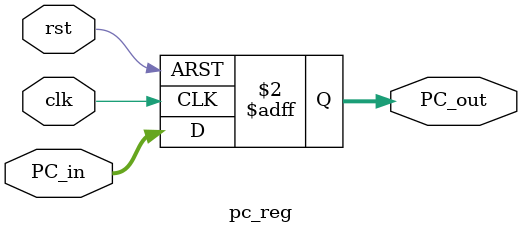
<source format=v>
module pc_reg(rst, clk, PC_in, PC_out);

input rst, clk;
input [15:0]PC_in;
output reg [15:0]PC_out;

always@(posedge rst, posedge clk) begin
    if(rst) begin
        PC_out <= 16'h0000;
    end
    else
        PC_out <= PC_in;
end

endmodule
</source>
